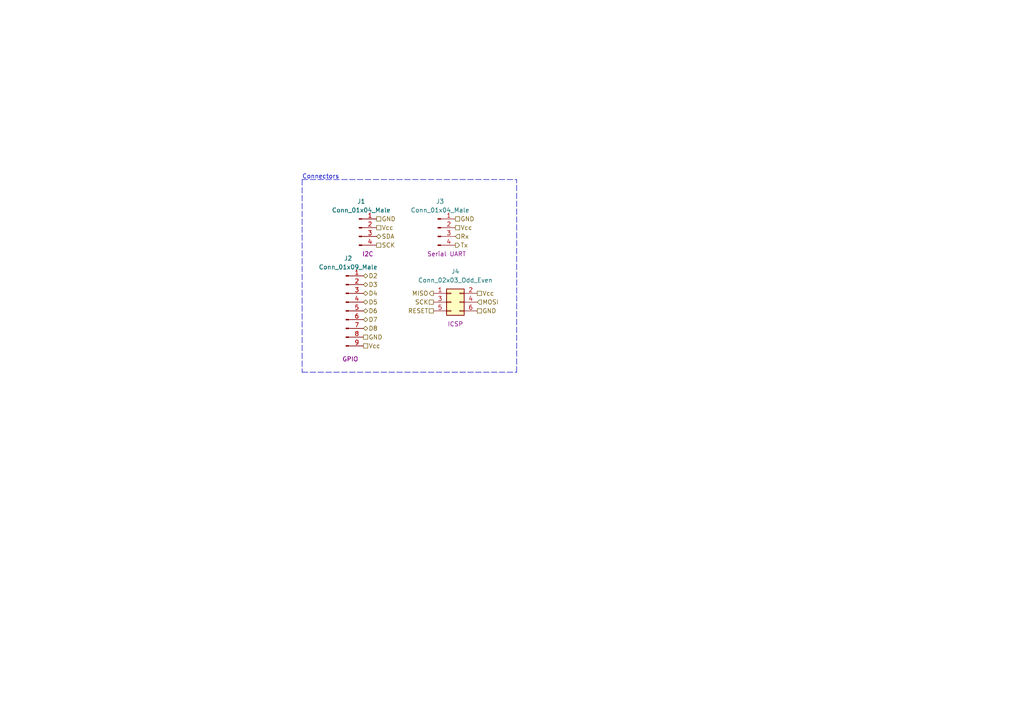
<source format=kicad_sch>
(kicad_sch (version 20211123) (generator eeschema)
  (paper "A4")
  (lib_symbols
    (symbol "Connector:Conn_01x04_Male" (pin_names (offset 1.016) hide)
      (property "Reference" "J" (at 0 5.08 0))
      (property "Value" "Conn_01x04_Male" (at 0 -7.62 0))
      (symbol "Conn_01x04_Male_1_1"
        (polyline (pts (xy 1.27 -5.08) (xy 0.8636 -5.08)) (stroke (width 0.1524)))
        (polyline (pts (xy 1.27 -2.54) (xy 0.8636 -2.54)) (stroke (width 0.1524)))
        (polyline (pts (xy 1.27 0) (xy 0.8636 0)) (stroke (width 0.1524)))
        (polyline (pts (xy 1.27 2.54) (xy 0.8636 2.54)) (stroke (width 0.1524)))
        (rectangle (start 0.8636 -4.953) (end 0 -5.207) (stroke (width 0.1524)) (fill (type outline)))
        (rectangle (start 0.8636 -2.413) (end 0 -2.667) (stroke (width 0.1524)) (fill (type outline)))
        (rectangle (start 0.8636 0.127) (end 0 -0.127) (stroke (width 0.1524)) (fill (type outline)))
        (rectangle (start 0.8636 2.667) (end 0 2.413) (stroke (width 0.1524)) (fill (type outline)))
        (pin passive line (at 5.08 2.54 180) (length 3.81) (name "Pin_1") (number "1"))
        (pin passive line (at 5.08 0 180) (length 3.81) (name "Pin_2") (number "2"))
        (pin passive line (at 5.08 -2.54 180) (length 3.81) (name "Pin_3") (number "3"))
        (pin passive line (at 5.08 -5.08 180) (length 3.81) (name "Pin_4") (number "4"))
      )
    )
    (symbol "Connector:Conn_01x09_Male" (pin_names (offset 1.016) hide)
      (property "Reference" "J" (at 0 12.7 0))
      (property "Value" "Conn_01x09_Male" (at 0 -12.7 0))
      (symbol "Conn_01x09_Male_1_1"
        (polyline (pts (xy 1.27 -10.16) (xy 0.8636 -10.16)) (stroke (width 0.1524)))
        (polyline (pts (xy 1.27 -7.62) (xy 0.8636 -7.62)) (stroke (width 0.1524)))
        (polyline (pts (xy 1.27 -5.08) (xy 0.8636 -5.08)) (stroke (width 0.1524)))
        (polyline (pts (xy 1.27 -2.54) (xy 0.8636 -2.54)) (stroke (width 0.1524)))
        (polyline (pts (xy 1.27 0) (xy 0.8636 0)) (stroke (width 0.1524)))
        (polyline (pts (xy 1.27 2.54) (xy 0.8636 2.54)) (stroke (width 0.1524)))
        (polyline (pts (xy 1.27 5.08) (xy 0.8636 5.08)) (stroke (width 0.1524)))
        (polyline (pts (xy 1.27 7.62) (xy 0.8636 7.62)) (stroke (width 0.1524)))
        (polyline (pts (xy 1.27 10.16) (xy 0.8636 10.16)) (stroke (width 0.1524)))
        (rectangle (start 0.8636 -10.033) (end 0 -10.287) (stroke (width 0.1524)) (fill (type outline)))
        (rectangle (start 0.8636 -7.493) (end 0 -7.747) (stroke (width 0.1524)) (fill (type outline)))
        (rectangle (start 0.8636 -4.953) (end 0 -5.207) (stroke (width 0.1524)) (fill (type outline)))
        (rectangle (start 0.8636 -2.413) (end 0 -2.667) (stroke (width 0.1524)) (fill (type outline)))
        (rectangle (start 0.8636 0.127) (end 0 -0.127) (stroke (width 0.1524)) (fill (type outline)))
        (rectangle (start 0.8636 2.667) (end 0 2.413) (stroke (width 0.1524)) (fill (type outline)))
        (rectangle (start 0.8636 5.207) (end 0 4.953) (stroke (width 0.1524)) (fill (type outline)))
        (rectangle (start 0.8636 7.747) (end 0 7.493) (stroke (width 0.1524)) (fill (type outline)))
        (rectangle (start 0.8636 10.287) (end 0 10.033) (stroke (width 0.1524)) (fill (type outline)))
        (pin passive line (at 5.08 10.16 180) (length 3.81) (name "Pin_1") (number "1"))
        (pin passive line (at 5.08 7.62 180) (length 3.81) (name "Pin_2") (number "2"))
        (pin passive line (at 5.08 5.08 180) (length 3.81) (name "Pin_3") (number "3"))
        (pin passive line (at 5.08 2.54 180) (length 3.81) (name "Pin_4") (number "4"))
        (pin passive line (at 5.08 0 180) (length 3.81) (name "Pin_5") (number "5"))
        (pin passive line (at 5.08 -2.54 180) (length 3.81) (name "Pin_6") (number "6"))
        (pin passive line (at 5.08 -5.08 180) (length 3.81) (name "Pin_7") (number "7"))
        (pin passive line (at 5.08 -7.62 180) (length 3.81) (name "Pin_8") (number "8"))
        (pin passive line (at 5.08 -10.16 180) (length 3.81) (name "Pin_9") (number "9"))
      )
    )
    (symbol "Connector_Generic:Conn_02x03_Odd_Even" (pin_names (offset 1.016) hide)
      (property "Reference" "J" (at 1.27 5.08 0))
      (property "Value" "Conn_02x03_Odd_Even" (at 1.27 -5.08 0))
      (symbol "Conn_02x03_Odd_Even_1_1"
        (rectangle (start -1.27 -2.413) (end 0 -2.667) (stroke (width 0.1524)))
        (rectangle (start -1.27 0.127) (end 0 -0.127) (stroke (width 0.1524)))
        (rectangle (start -1.27 2.667) (end 0 2.413) (stroke (width 0.1524)))
        (rectangle (start -1.27 3.81) (end 3.81 -3.81) (stroke (width 0.254)) (fill (type background)))
        (rectangle (start 3.81 -2.413) (end 2.54 -2.667) (stroke (width 0.1524)))
        (rectangle (start 3.81 0.127) (end 2.54 -0.127) (stroke (width 0.1524)))
        (rectangle (start 3.81 2.667) (end 2.54 2.413) (stroke (width 0.1524)))
        (pin passive line (at -5.08 2.54 0) (length 3.81) (name "Pin_1") (number "1"))
        (pin passive line (at 7.62 2.54 180) (length 3.81) (name "Pin_2") (number "2"))
        (pin passive line (at -5.08 0 0) (length 3.81) (name "Pin_3") (number "3"))
        (pin passive line (at 7.62 0 180) (length 3.81) (name "Pin_4") (number "4"))
        (pin passive line (at -5.08 -2.54 0) (length 3.81) (name "Pin_5") (number "5"))
        (pin passive line (at 7.62 -2.54 180) (length 3.81) (name "Pin_6") (number "6"))
      )
    )
  )
  (polyline (pts (xy 87.63 52.07) (xy 87.63 107.95)))
  (polyline (pts (xy 149.86 107.95) (xy 149.86 52.07)))
  (polyline (pts (xy 87.63 52.07) (xy 149.86 52.07)))
  (polyline (pts (xy 87.63 107.95) (xy 149.86 107.95)))
  (text "Connectors" (at 87.63 52.07 0) (effects (font (size 1.27 1.27)) (justify left bottom)))
  (hierarchical_label "RESET" (shape passive) (at 125.73 90.17 180))
  (hierarchical_label "Tx" (shape output) (at 132.08 71.12 0))
  (hierarchical_label "D8" (shape tri_state) (at 105.41 95.25 0))
  (hierarchical_label "Vcc" (shape passive) (at 138.43 85.09 0))
  (hierarchical_label "D3" (shape tri_state) (at 105.41 82.55 0))
  (hierarchical_label "SCK" (shape passive) (at 109.22 71.12 0))
  (hierarchical_label "SCK" (shape passive) (at 125.73 87.63 180))
  (hierarchical_label "D2" (shape tri_state) (at 105.41 80.01 0))
  (hierarchical_label "GND" (shape passive) (at 138.43 90.17 0))
  (hierarchical_label "D5" (shape tri_state) (at 105.41 87.63 0))
  (hierarchical_label "Vcc" (shape passive) (at 132.08 66.04 0))
  (hierarchical_label "D4" (shape tri_state) (at 105.41 85.09 0))
  (hierarchical_label "MOSI" (shape input) (at 138.43 87.63 0))
  (hierarchical_label "D6" (shape tri_state) (at 105.41 90.17 0))
  (hierarchical_label "Vcc" (shape passive) (at 105.41 100.33 0))
  (hierarchical_label "GND" (shape passive) (at 105.41 97.79 0))
  (hierarchical_label "Vcc" (shape passive) (at 109.22 66.04 0))
  (hierarchical_label "GND" (shape passive) (at 132.08 63.5 0))
  (hierarchical_label "MISO" (shape output) (at 125.73 85.09 180))
  (hierarchical_label "SDA" (shape tri_state) (at 109.22 68.58 0))
  (hierarchical_label "GND" (shape passive) (at 109.22 63.5 0))
  (hierarchical_label "Rx" (shape input) (at 132.08 68.58 0))
  (hierarchical_label "D7" (shape tri_state) (at 105.41 92.71 0))
  (symbol (lib_id "Connector:Conn_01x04_Male") (at 104.14 66.04 0) (unit 1)
    (property "Reference" "J1" (at 104.775 58.42 0))
    (property "Value" "Conn_01x04_Male" (at 104.775 60.96 0))
    (property "Footprint" "Connector_PinHeader_2.54mm:PinHeader_1x04_P2.54mm_Vertical" (effects hide))
    (property "Purpose" "I2C" (at 106.68 73.66 0))
  )
  (symbol (lib_id "Connector_Generic:Conn_02x03_Odd_Even") (at 130.81 87.63 0) (unit 1)
    (property "Reference" "J4" (at 132.08 78.74 0))
    (property "Value" "Conn_02x03_Odd_Even" (at 132.08 81.28 0))
    (property "Footprint" "Connector_PinHeader_2.54mm:PinHeader_2x03_P2.54mm_Vertical" (effects hide))
    (property "Purpose" "ICSP" (at 132.08 93.98 0))
  )
  (symbol (lib_id "Connector:Conn_01x04_Male") (at 127 66.04 0) (unit 1)
    (property "Reference" "J3" (at 127.635 58.42 0))
    (property "Value" "Conn_01x04_Male" (at 127.635 60.96 0))
    (property "Footprint" "Connector_PinHeader_2.54mm:PinHeader_1x04_P2.54mm_Vertical" (effects hide))
    (property "Purpose" "Serial UART" (at 129.54 73.66 0))
  )
  (symbol (lib_id "Connector:Conn_01x09_Male") (at 100.33 90.17 0) (unit 1)
    (property "Reference" "J2" (at 100.965 74.93 0))
    (property "Value" "Conn_01x09_Male" (at 100.965 77.47 0))
    (property "Footprint" "Connector_PinHeader_2.54mm:PinHeader_1x09_P2.54mm_Vertical" (effects hide))
    (property "Purpose" "GPIO" (at 101.6 104.14 0))
  )
)
</source>
